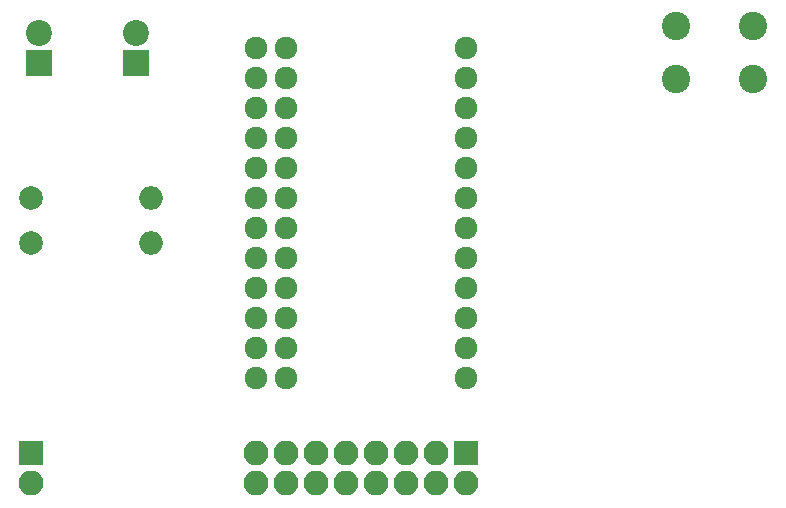
<source format=gbs>
G04 #@! TF.FileFunction,Soldermask,Bot*
%FSLAX46Y46*%
G04 Gerber Fmt 4.6, Leading zero omitted, Abs format (unit mm)*
G04 Created by KiCad (PCBNEW 4.0.7) date 11/07/19 19:47:27*
%MOMM*%
%LPD*%
G01*
G04 APERTURE LIST*
%ADD10C,0.100000*%
%ADD11R,2.200000X2.200000*%
%ADD12C,2.200000*%
%ADD13R,2.100000X2.100000*%
%ADD14O,2.100000X2.100000*%
%ADD15C,2.000000*%
%ADD16O,2.000000X2.000000*%
%ADD17C,2.400000*%
%ADD18C,1.924000*%
G04 APERTURE END LIST*
D10*
D11*
X126365000Y-105410000D03*
D12*
X126365000Y-102870000D03*
D11*
X134620000Y-105410000D03*
D12*
X134620000Y-102870000D03*
D13*
X162560000Y-138430000D03*
D14*
X162560000Y-140970000D03*
X160020000Y-138430000D03*
X160020000Y-140970000D03*
X157480000Y-138430000D03*
X157480000Y-140970000D03*
X154940000Y-138430000D03*
X154940000Y-140970000D03*
X152400000Y-138430000D03*
X152400000Y-140970000D03*
X149860000Y-138430000D03*
X149860000Y-140970000D03*
X147320000Y-138430000D03*
X147320000Y-140970000D03*
X144780000Y-138430000D03*
X144780000Y-140970000D03*
D15*
X125730000Y-116840000D03*
D16*
X135890000Y-116840000D03*
D15*
X125730000Y-120650000D03*
D16*
X135890000Y-120650000D03*
D17*
X180340000Y-106735000D03*
X180340000Y-102235000D03*
X186840000Y-106735000D03*
X186840000Y-102235000D03*
D13*
X125730000Y-138430000D03*
D14*
X125730000Y-140970000D03*
D18*
X147320000Y-132080000D03*
X147320000Y-129540000D03*
X147320000Y-127000000D03*
X147320000Y-124460000D03*
X147320000Y-121920000D03*
X147320000Y-119380000D03*
X147320000Y-116840000D03*
X147320000Y-114300000D03*
X147320000Y-111760000D03*
X147320000Y-109220000D03*
X147320000Y-106680000D03*
X147320000Y-104140000D03*
X144780000Y-106680000D03*
X144780000Y-109220000D03*
X144780000Y-111760000D03*
X144780000Y-114300000D03*
X144780000Y-116840000D03*
X144780000Y-119380000D03*
X144780000Y-121920000D03*
X144780000Y-124460000D03*
X144780000Y-127000000D03*
X144780000Y-129540000D03*
X144780000Y-132080000D03*
X162560000Y-132080000D03*
X162560000Y-129540000D03*
X162560000Y-127000000D03*
X162560000Y-124460000D03*
X162560000Y-121920000D03*
X162560000Y-119380000D03*
X162560000Y-116840000D03*
X162560000Y-114300000D03*
X162560000Y-111760000D03*
X162560000Y-109220000D03*
X162560000Y-106680000D03*
X162560000Y-104140000D03*
X144780000Y-104140000D03*
M02*

</source>
